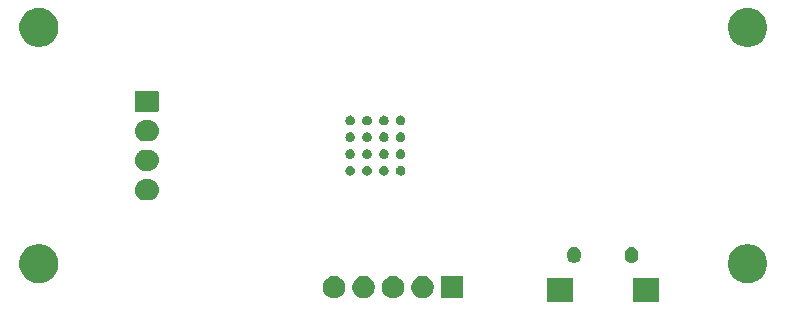
<source format=gbs>
G04 #@! TF.GenerationSoftware,KiCad,Pcbnew,(5.0.2)-1*
G04 #@! TF.CreationDate,2019-10-12T17:01:28+09:00*
G04 #@! TF.ProjectId,Motion,4d6f7469-6f6e-42e6-9b69-6361645f7063,rev?*
G04 #@! TF.SameCoordinates,Original*
G04 #@! TF.FileFunction,Soldermask,Bot*
G04 #@! TF.FilePolarity,Negative*
%FSLAX46Y46*%
G04 Gerber Fmt 4.6, Leading zero omitted, Abs format (unit mm)*
G04 Created by KiCad (PCBNEW (5.0.2)-1) date 2019/10/12 17:01:28*
%MOMM*%
%LPD*%
G01*
G04 APERTURE LIST*
%ADD10C,0.100000*%
G04 APERTURE END LIST*
D10*
G36*
X172501000Y-103251000D02*
X170299000Y-103251000D01*
X170299000Y-101249000D01*
X172501000Y-101249000D01*
X172501000Y-103251000D01*
X172501000Y-103251000D01*
G37*
G36*
X165201000Y-103251000D02*
X162999000Y-103251000D01*
X162999000Y-101249000D01*
X165201000Y-101249000D01*
X165201000Y-103251000D01*
X165201000Y-103251000D01*
G37*
G36*
X147777396Y-101085546D02*
X147950466Y-101157234D01*
X148106230Y-101261312D01*
X148238688Y-101393770D01*
X148342766Y-101549534D01*
X148414454Y-101722604D01*
X148451000Y-101906333D01*
X148451000Y-102093667D01*
X148414454Y-102277396D01*
X148342766Y-102450466D01*
X148238688Y-102606230D01*
X148106230Y-102738688D01*
X147950466Y-102842766D01*
X147777396Y-102914454D01*
X147593667Y-102951000D01*
X147406333Y-102951000D01*
X147222604Y-102914454D01*
X147049534Y-102842766D01*
X146893770Y-102738688D01*
X146761312Y-102606230D01*
X146657234Y-102450466D01*
X146585546Y-102277396D01*
X146549000Y-102093667D01*
X146549000Y-101906333D01*
X146585546Y-101722604D01*
X146657234Y-101549534D01*
X146761312Y-101393770D01*
X146893770Y-101261312D01*
X147049534Y-101157234D01*
X147222604Y-101085546D01*
X147406333Y-101049000D01*
X147593667Y-101049000D01*
X147777396Y-101085546D01*
X147777396Y-101085546D01*
G37*
G36*
X155951000Y-102951000D02*
X154049000Y-102951000D01*
X154049000Y-101049000D01*
X155951000Y-101049000D01*
X155951000Y-102951000D01*
X155951000Y-102951000D01*
G37*
G36*
X152777396Y-101085546D02*
X152950466Y-101157234D01*
X153106230Y-101261312D01*
X153238688Y-101393770D01*
X153342766Y-101549534D01*
X153414454Y-101722604D01*
X153451000Y-101906333D01*
X153451000Y-102093667D01*
X153414454Y-102277396D01*
X153342766Y-102450466D01*
X153238688Y-102606230D01*
X153106230Y-102738688D01*
X152950466Y-102842766D01*
X152777396Y-102914454D01*
X152593667Y-102951000D01*
X152406333Y-102951000D01*
X152222604Y-102914454D01*
X152049534Y-102842766D01*
X151893770Y-102738688D01*
X151761312Y-102606230D01*
X151657234Y-102450466D01*
X151585546Y-102277396D01*
X151549000Y-102093667D01*
X151549000Y-101906333D01*
X151585546Y-101722604D01*
X151657234Y-101549534D01*
X151761312Y-101393770D01*
X151893770Y-101261312D01*
X152049534Y-101157234D01*
X152222604Y-101085546D01*
X152406333Y-101049000D01*
X152593667Y-101049000D01*
X152777396Y-101085546D01*
X152777396Y-101085546D01*
G37*
G36*
X150277396Y-101085546D02*
X150450466Y-101157234D01*
X150606230Y-101261312D01*
X150738688Y-101393770D01*
X150842766Y-101549534D01*
X150914454Y-101722604D01*
X150951000Y-101906333D01*
X150951000Y-102093667D01*
X150914454Y-102277396D01*
X150842766Y-102450466D01*
X150738688Y-102606230D01*
X150606230Y-102738688D01*
X150450466Y-102842766D01*
X150277396Y-102914454D01*
X150093667Y-102951000D01*
X149906333Y-102951000D01*
X149722604Y-102914454D01*
X149549534Y-102842766D01*
X149393770Y-102738688D01*
X149261312Y-102606230D01*
X149157234Y-102450466D01*
X149085546Y-102277396D01*
X149049000Y-102093667D01*
X149049000Y-101906333D01*
X149085546Y-101722604D01*
X149157234Y-101549534D01*
X149261312Y-101393770D01*
X149393770Y-101261312D01*
X149549534Y-101157234D01*
X149722604Y-101085546D01*
X149906333Y-101049000D01*
X150093667Y-101049000D01*
X150277396Y-101085546D01*
X150277396Y-101085546D01*
G37*
G36*
X145277396Y-101085546D02*
X145450466Y-101157234D01*
X145606230Y-101261312D01*
X145738688Y-101393770D01*
X145842766Y-101549534D01*
X145914454Y-101722604D01*
X145951000Y-101906333D01*
X145951000Y-102093667D01*
X145914454Y-102277396D01*
X145842766Y-102450466D01*
X145738688Y-102606230D01*
X145606230Y-102738688D01*
X145450466Y-102842766D01*
X145277396Y-102914454D01*
X145093667Y-102951000D01*
X144906333Y-102951000D01*
X144722604Y-102914454D01*
X144549534Y-102842766D01*
X144393770Y-102738688D01*
X144261312Y-102606230D01*
X144157234Y-102450466D01*
X144085546Y-102277396D01*
X144049000Y-102093667D01*
X144049000Y-101906333D01*
X144085546Y-101722604D01*
X144157234Y-101549534D01*
X144261312Y-101393770D01*
X144393770Y-101261312D01*
X144549534Y-101157234D01*
X144722604Y-101085546D01*
X144906333Y-101049000D01*
X145093667Y-101049000D01*
X145277396Y-101085546D01*
X145277396Y-101085546D01*
G37*
G36*
X180375256Y-98391298D02*
X180481579Y-98412447D01*
X180782042Y-98536903D01*
X180899332Y-98615274D01*
X181052454Y-98717587D01*
X181282413Y-98947546D01*
X181282415Y-98947549D01*
X181463097Y-99217958D01*
X181564562Y-99462915D01*
X181587553Y-99518422D01*
X181651000Y-99837389D01*
X181651000Y-100162611D01*
X181587553Y-100481578D01*
X181463098Y-100782040D01*
X181282413Y-101052454D01*
X181052454Y-101282413D01*
X181052451Y-101282415D01*
X180782042Y-101463097D01*
X180481579Y-101587553D01*
X180375256Y-101608702D01*
X180162611Y-101651000D01*
X179837389Y-101651000D01*
X179624744Y-101608702D01*
X179518421Y-101587553D01*
X179217958Y-101463097D01*
X178947549Y-101282415D01*
X178947546Y-101282413D01*
X178717587Y-101052454D01*
X178536902Y-100782040D01*
X178412447Y-100481578D01*
X178349000Y-100162611D01*
X178349000Y-99837389D01*
X178412447Y-99518422D01*
X178435439Y-99462915D01*
X178536903Y-99217958D01*
X178717585Y-98947549D01*
X178717587Y-98947546D01*
X178947546Y-98717587D01*
X179100668Y-98615274D01*
X179217958Y-98536903D01*
X179518421Y-98412447D01*
X179624744Y-98391298D01*
X179837389Y-98349000D01*
X180162611Y-98349000D01*
X180375256Y-98391298D01*
X180375256Y-98391298D01*
G37*
G36*
X120375256Y-98391298D02*
X120481579Y-98412447D01*
X120782042Y-98536903D01*
X120899332Y-98615274D01*
X121052454Y-98717587D01*
X121282413Y-98947546D01*
X121282415Y-98947549D01*
X121463097Y-99217958D01*
X121564562Y-99462915D01*
X121587553Y-99518422D01*
X121651000Y-99837389D01*
X121651000Y-100162611D01*
X121587553Y-100481578D01*
X121463098Y-100782040D01*
X121282413Y-101052454D01*
X121052454Y-101282413D01*
X121052451Y-101282415D01*
X120782042Y-101463097D01*
X120481579Y-101587553D01*
X120375256Y-101608702D01*
X120162611Y-101651000D01*
X119837389Y-101651000D01*
X119624744Y-101608702D01*
X119518421Y-101587553D01*
X119217958Y-101463097D01*
X118947549Y-101282415D01*
X118947546Y-101282413D01*
X118717587Y-101052454D01*
X118536902Y-100782040D01*
X118412447Y-100481578D01*
X118349000Y-100162611D01*
X118349000Y-99837389D01*
X118412447Y-99518422D01*
X118435439Y-99462915D01*
X118536903Y-99217958D01*
X118717585Y-98947549D01*
X118717587Y-98947546D01*
X118947546Y-98717587D01*
X119100668Y-98615274D01*
X119217958Y-98536903D01*
X119518421Y-98412447D01*
X119624744Y-98391298D01*
X119837389Y-98349000D01*
X120162611Y-98349000D01*
X120375256Y-98391298D01*
X120375256Y-98391298D01*
G37*
G36*
X165437915Y-98582334D02*
X165546491Y-98615271D01*
X165646556Y-98668756D01*
X165734264Y-98740736D01*
X165806244Y-98828443D01*
X165859729Y-98928508D01*
X165892666Y-99037084D01*
X165901000Y-99121702D01*
X165901000Y-99378297D01*
X165892666Y-99462915D01*
X165859729Y-99571491D01*
X165806244Y-99671556D01*
X165734264Y-99759264D01*
X165646557Y-99831244D01*
X165546492Y-99884729D01*
X165437916Y-99917666D01*
X165325000Y-99928787D01*
X165212085Y-99917666D01*
X165103509Y-99884729D01*
X165003444Y-99831244D01*
X164915737Y-99759264D01*
X164843757Y-99671557D01*
X164790271Y-99571492D01*
X164757334Y-99462916D01*
X164749000Y-99378298D01*
X164749000Y-99121703D01*
X164757334Y-99037085D01*
X164790271Y-98928509D01*
X164843756Y-98828444D01*
X164915736Y-98740736D01*
X165003443Y-98668756D01*
X165103508Y-98615271D01*
X165212084Y-98582334D01*
X165325000Y-98571213D01*
X165437915Y-98582334D01*
X165437915Y-98582334D01*
G37*
G36*
X170287915Y-98582334D02*
X170396491Y-98615271D01*
X170496556Y-98668756D01*
X170584264Y-98740736D01*
X170656244Y-98828443D01*
X170709729Y-98928508D01*
X170742666Y-99037084D01*
X170751000Y-99121702D01*
X170751000Y-99378297D01*
X170742666Y-99462915D01*
X170709729Y-99571491D01*
X170656244Y-99671556D01*
X170584264Y-99759264D01*
X170496557Y-99831244D01*
X170396492Y-99884729D01*
X170287916Y-99917666D01*
X170175000Y-99928787D01*
X170062085Y-99917666D01*
X169953509Y-99884729D01*
X169853444Y-99831244D01*
X169765737Y-99759264D01*
X169693757Y-99671557D01*
X169640271Y-99571492D01*
X169607334Y-99462916D01*
X169599000Y-99378298D01*
X169599000Y-99121703D01*
X169607334Y-99037085D01*
X169640271Y-98928509D01*
X169693756Y-98828444D01*
X169765736Y-98740736D01*
X169853443Y-98668756D01*
X169953508Y-98615271D01*
X170062084Y-98582334D01*
X170175000Y-98571213D01*
X170287915Y-98582334D01*
X170287915Y-98582334D01*
G37*
G36*
X129385443Y-92855519D02*
X129451627Y-92862037D01*
X129564853Y-92896384D01*
X129621467Y-92913557D01*
X129760087Y-92987652D01*
X129777991Y-92997222D01*
X129813729Y-93026552D01*
X129915186Y-93109814D01*
X129998448Y-93211271D01*
X130027778Y-93247009D01*
X130027779Y-93247011D01*
X130111443Y-93403533D01*
X130111443Y-93403534D01*
X130162963Y-93573373D01*
X130180359Y-93750000D01*
X130162963Y-93926627D01*
X130128616Y-94039853D01*
X130111443Y-94096467D01*
X130037348Y-94235087D01*
X130027778Y-94252991D01*
X129998448Y-94288729D01*
X129915186Y-94390186D01*
X129813729Y-94473448D01*
X129777991Y-94502778D01*
X129777989Y-94502779D01*
X129621467Y-94586443D01*
X129564853Y-94603616D01*
X129451627Y-94637963D01*
X129385443Y-94644481D01*
X129319260Y-94651000D01*
X128980740Y-94651000D01*
X128914558Y-94644482D01*
X128848373Y-94637963D01*
X128735147Y-94603616D01*
X128678533Y-94586443D01*
X128522011Y-94502779D01*
X128522009Y-94502778D01*
X128486271Y-94473448D01*
X128384814Y-94390186D01*
X128301552Y-94288729D01*
X128272222Y-94252991D01*
X128262652Y-94235087D01*
X128188557Y-94096467D01*
X128171384Y-94039853D01*
X128137037Y-93926627D01*
X128119641Y-93750000D01*
X128137037Y-93573373D01*
X128188557Y-93403534D01*
X128188557Y-93403533D01*
X128272221Y-93247011D01*
X128272222Y-93247009D01*
X128301552Y-93211271D01*
X128384814Y-93109814D01*
X128486271Y-93026552D01*
X128522009Y-92997222D01*
X128539913Y-92987652D01*
X128678533Y-92913557D01*
X128735147Y-92896384D01*
X128848373Y-92862037D01*
X128914557Y-92855519D01*
X128980740Y-92849000D01*
X129319260Y-92849000D01*
X129385443Y-92855519D01*
X129385443Y-92855519D01*
G37*
G36*
X147866951Y-91738075D02*
X147906291Y-91745900D01*
X147980405Y-91776599D01*
X148047107Y-91821168D01*
X148103832Y-91877893D01*
X148148401Y-91944595D01*
X148179100Y-92018709D01*
X148194750Y-92097389D01*
X148194750Y-92177611D01*
X148179100Y-92256291D01*
X148148401Y-92330405D01*
X148103832Y-92397107D01*
X148047107Y-92453832D01*
X147980405Y-92498401D01*
X147906291Y-92529100D01*
X147866951Y-92536925D01*
X147827612Y-92544750D01*
X147747388Y-92544750D01*
X147708049Y-92536925D01*
X147668709Y-92529100D01*
X147594595Y-92498401D01*
X147527893Y-92453832D01*
X147471168Y-92397107D01*
X147426599Y-92330405D01*
X147395900Y-92256291D01*
X147380250Y-92177611D01*
X147380250Y-92097389D01*
X147395900Y-92018709D01*
X147426599Y-91944595D01*
X147471168Y-91877893D01*
X147527893Y-91821168D01*
X147594595Y-91776599D01*
X147668709Y-91745900D01*
X147708049Y-91738075D01*
X147747388Y-91730250D01*
X147827612Y-91730250D01*
X147866951Y-91738075D01*
X147866951Y-91738075D01*
G37*
G36*
X150716951Y-91738075D02*
X150756291Y-91745900D01*
X150830405Y-91776599D01*
X150897107Y-91821168D01*
X150953832Y-91877893D01*
X150998401Y-91944595D01*
X151029100Y-92018709D01*
X151044750Y-92097389D01*
X151044750Y-92177611D01*
X151029100Y-92256291D01*
X150998401Y-92330405D01*
X150953832Y-92397107D01*
X150897107Y-92453832D01*
X150830405Y-92498401D01*
X150756291Y-92529100D01*
X150716951Y-92536925D01*
X150677612Y-92544750D01*
X150597388Y-92544750D01*
X150558049Y-92536925D01*
X150518709Y-92529100D01*
X150444595Y-92498401D01*
X150377893Y-92453832D01*
X150321168Y-92397107D01*
X150276599Y-92330405D01*
X150245900Y-92256291D01*
X150230250Y-92177611D01*
X150230250Y-92097389D01*
X150245900Y-92018709D01*
X150276599Y-91944595D01*
X150321168Y-91877893D01*
X150377893Y-91821168D01*
X150444595Y-91776599D01*
X150518709Y-91745900D01*
X150558049Y-91738075D01*
X150597388Y-91730250D01*
X150677612Y-91730250D01*
X150716951Y-91738075D01*
X150716951Y-91738075D01*
G37*
G36*
X146441951Y-91738075D02*
X146481291Y-91745900D01*
X146555405Y-91776599D01*
X146622107Y-91821168D01*
X146678832Y-91877893D01*
X146723401Y-91944595D01*
X146754100Y-92018709D01*
X146769750Y-92097389D01*
X146769750Y-92177611D01*
X146754100Y-92256291D01*
X146723401Y-92330405D01*
X146678832Y-92397107D01*
X146622107Y-92453832D01*
X146555405Y-92498401D01*
X146481291Y-92529100D01*
X146441951Y-92536925D01*
X146402612Y-92544750D01*
X146322388Y-92544750D01*
X146283049Y-92536925D01*
X146243709Y-92529100D01*
X146169595Y-92498401D01*
X146102893Y-92453832D01*
X146046168Y-92397107D01*
X146001599Y-92330405D01*
X145970900Y-92256291D01*
X145955250Y-92177611D01*
X145955250Y-92097389D01*
X145970900Y-92018709D01*
X146001599Y-91944595D01*
X146046168Y-91877893D01*
X146102893Y-91821168D01*
X146169595Y-91776599D01*
X146243709Y-91745900D01*
X146283049Y-91738075D01*
X146322388Y-91730250D01*
X146402612Y-91730250D01*
X146441951Y-91738075D01*
X146441951Y-91738075D01*
G37*
G36*
X149291951Y-91738075D02*
X149331291Y-91745900D01*
X149405405Y-91776599D01*
X149472107Y-91821168D01*
X149528832Y-91877893D01*
X149573401Y-91944595D01*
X149604100Y-92018709D01*
X149619750Y-92097389D01*
X149619750Y-92177611D01*
X149604100Y-92256291D01*
X149573401Y-92330405D01*
X149528832Y-92397107D01*
X149472107Y-92453832D01*
X149405405Y-92498401D01*
X149331291Y-92529100D01*
X149291951Y-92536925D01*
X149252612Y-92544750D01*
X149172388Y-92544750D01*
X149133049Y-92536925D01*
X149093709Y-92529100D01*
X149019595Y-92498401D01*
X148952893Y-92453832D01*
X148896168Y-92397107D01*
X148851599Y-92330405D01*
X148820900Y-92256291D01*
X148805250Y-92177611D01*
X148805250Y-92097389D01*
X148820900Y-92018709D01*
X148851599Y-91944595D01*
X148896168Y-91877893D01*
X148952893Y-91821168D01*
X149019595Y-91776599D01*
X149093709Y-91745900D01*
X149133049Y-91738075D01*
X149172388Y-91730250D01*
X149252612Y-91730250D01*
X149291951Y-91738075D01*
X149291951Y-91738075D01*
G37*
G36*
X129385442Y-90355518D02*
X129451627Y-90362037D01*
X129564142Y-90396168D01*
X129621467Y-90413557D01*
X129695058Y-90452893D01*
X129777991Y-90497222D01*
X129805252Y-90519595D01*
X129915186Y-90609814D01*
X129966538Y-90672388D01*
X130027778Y-90747009D01*
X130027779Y-90747011D01*
X130111443Y-90903533D01*
X130111443Y-90903534D01*
X130162963Y-91073373D01*
X130180359Y-91250000D01*
X130162963Y-91426627D01*
X130128616Y-91539853D01*
X130111443Y-91596467D01*
X130039933Y-91730250D01*
X130027778Y-91752991D01*
X130008403Y-91776599D01*
X129915186Y-91890186D01*
X129848887Y-91944595D01*
X129777991Y-92002778D01*
X129777989Y-92002779D01*
X129621467Y-92086443D01*
X129585385Y-92097388D01*
X129451627Y-92137963D01*
X129385443Y-92144481D01*
X129319260Y-92151000D01*
X128980740Y-92151000D01*
X128914557Y-92144481D01*
X128848373Y-92137963D01*
X128714615Y-92097388D01*
X128678533Y-92086443D01*
X128522011Y-92002779D01*
X128522009Y-92002778D01*
X128451113Y-91944595D01*
X128384814Y-91890186D01*
X128291597Y-91776599D01*
X128272222Y-91752991D01*
X128260067Y-91730250D01*
X128188557Y-91596467D01*
X128171384Y-91539853D01*
X128137037Y-91426627D01*
X128119641Y-91250000D01*
X128137037Y-91073373D01*
X128188557Y-90903534D01*
X128188557Y-90903533D01*
X128272221Y-90747011D01*
X128272222Y-90747009D01*
X128333462Y-90672388D01*
X128384814Y-90609814D01*
X128494748Y-90519595D01*
X128522009Y-90497222D01*
X128604942Y-90452893D01*
X128678533Y-90413557D01*
X128735858Y-90396168D01*
X128848373Y-90362037D01*
X128914558Y-90355518D01*
X128980740Y-90349000D01*
X129319260Y-90349000D01*
X129385442Y-90355518D01*
X129385442Y-90355518D01*
G37*
G36*
X149291951Y-90313075D02*
X149331291Y-90320900D01*
X149405405Y-90351599D01*
X149472107Y-90396168D01*
X149528832Y-90452893D01*
X149573401Y-90519595D01*
X149604100Y-90593709D01*
X149619750Y-90672389D01*
X149619750Y-90752611D01*
X149604100Y-90831291D01*
X149573401Y-90905405D01*
X149528832Y-90972107D01*
X149472107Y-91028832D01*
X149405405Y-91073401D01*
X149331291Y-91104100D01*
X149291951Y-91111925D01*
X149252612Y-91119750D01*
X149172388Y-91119750D01*
X149133049Y-91111925D01*
X149093709Y-91104100D01*
X149019595Y-91073401D01*
X148952893Y-91028832D01*
X148896168Y-90972107D01*
X148851599Y-90905405D01*
X148820900Y-90831291D01*
X148805250Y-90752611D01*
X148805250Y-90672389D01*
X148820900Y-90593709D01*
X148851599Y-90519595D01*
X148896168Y-90452893D01*
X148952893Y-90396168D01*
X149019595Y-90351599D01*
X149093709Y-90320900D01*
X149133049Y-90313075D01*
X149172388Y-90305250D01*
X149252612Y-90305250D01*
X149291951Y-90313075D01*
X149291951Y-90313075D01*
G37*
G36*
X147866951Y-90313075D02*
X147906291Y-90320900D01*
X147980405Y-90351599D01*
X148047107Y-90396168D01*
X148103832Y-90452893D01*
X148148401Y-90519595D01*
X148179100Y-90593709D01*
X148194750Y-90672389D01*
X148194750Y-90752611D01*
X148179100Y-90831291D01*
X148148401Y-90905405D01*
X148103832Y-90972107D01*
X148047107Y-91028832D01*
X147980405Y-91073401D01*
X147906291Y-91104100D01*
X147866951Y-91111925D01*
X147827612Y-91119750D01*
X147747388Y-91119750D01*
X147708049Y-91111925D01*
X147668709Y-91104100D01*
X147594595Y-91073401D01*
X147527893Y-91028832D01*
X147471168Y-90972107D01*
X147426599Y-90905405D01*
X147395900Y-90831291D01*
X147380250Y-90752611D01*
X147380250Y-90672389D01*
X147395900Y-90593709D01*
X147426599Y-90519595D01*
X147471168Y-90452893D01*
X147527893Y-90396168D01*
X147594595Y-90351599D01*
X147668709Y-90320900D01*
X147708049Y-90313075D01*
X147747388Y-90305250D01*
X147827612Y-90305250D01*
X147866951Y-90313075D01*
X147866951Y-90313075D01*
G37*
G36*
X146441951Y-90313075D02*
X146481291Y-90320900D01*
X146555405Y-90351599D01*
X146622107Y-90396168D01*
X146678832Y-90452893D01*
X146723401Y-90519595D01*
X146754100Y-90593709D01*
X146769750Y-90672389D01*
X146769750Y-90752611D01*
X146754100Y-90831291D01*
X146723401Y-90905405D01*
X146678832Y-90972107D01*
X146622107Y-91028832D01*
X146555405Y-91073401D01*
X146481291Y-91104100D01*
X146441951Y-91111925D01*
X146402612Y-91119750D01*
X146322388Y-91119750D01*
X146283049Y-91111925D01*
X146243709Y-91104100D01*
X146169595Y-91073401D01*
X146102893Y-91028832D01*
X146046168Y-90972107D01*
X146001599Y-90905405D01*
X145970900Y-90831291D01*
X145955250Y-90752611D01*
X145955250Y-90672389D01*
X145970900Y-90593709D01*
X146001599Y-90519595D01*
X146046168Y-90452893D01*
X146102893Y-90396168D01*
X146169595Y-90351599D01*
X146243709Y-90320900D01*
X146283049Y-90313075D01*
X146322388Y-90305250D01*
X146402612Y-90305250D01*
X146441951Y-90313075D01*
X146441951Y-90313075D01*
G37*
G36*
X150716951Y-90313075D02*
X150756291Y-90320900D01*
X150830405Y-90351599D01*
X150897107Y-90396168D01*
X150953832Y-90452893D01*
X150998401Y-90519595D01*
X151029100Y-90593709D01*
X151044750Y-90672389D01*
X151044750Y-90752611D01*
X151029100Y-90831291D01*
X150998401Y-90905405D01*
X150953832Y-90972107D01*
X150897107Y-91028832D01*
X150830405Y-91073401D01*
X150756291Y-91104100D01*
X150716951Y-91111925D01*
X150677612Y-91119750D01*
X150597388Y-91119750D01*
X150558049Y-91111925D01*
X150518709Y-91104100D01*
X150444595Y-91073401D01*
X150377893Y-91028832D01*
X150321168Y-90972107D01*
X150276599Y-90905405D01*
X150245900Y-90831291D01*
X150230250Y-90752611D01*
X150230250Y-90672389D01*
X150245900Y-90593709D01*
X150276599Y-90519595D01*
X150321168Y-90452893D01*
X150377893Y-90396168D01*
X150444595Y-90351599D01*
X150518709Y-90320900D01*
X150558049Y-90313075D01*
X150597388Y-90305250D01*
X150677612Y-90305250D01*
X150716951Y-90313075D01*
X150716951Y-90313075D01*
G37*
G36*
X146441951Y-88888075D02*
X146481291Y-88895900D01*
X146555405Y-88926599D01*
X146622107Y-88971168D01*
X146678832Y-89027893D01*
X146723401Y-89094595D01*
X146754100Y-89168709D01*
X146769750Y-89247389D01*
X146769750Y-89327611D01*
X146754100Y-89406291D01*
X146723401Y-89480405D01*
X146678832Y-89547107D01*
X146622107Y-89603832D01*
X146555405Y-89648401D01*
X146481291Y-89679100D01*
X146441951Y-89686925D01*
X146402612Y-89694750D01*
X146322388Y-89694750D01*
X146283049Y-89686925D01*
X146243709Y-89679100D01*
X146169595Y-89648401D01*
X146102893Y-89603832D01*
X146046168Y-89547107D01*
X146001599Y-89480405D01*
X145970900Y-89406291D01*
X145955250Y-89327611D01*
X145955250Y-89247389D01*
X145970900Y-89168709D01*
X146001599Y-89094595D01*
X146046168Y-89027893D01*
X146102893Y-88971168D01*
X146169595Y-88926599D01*
X146243709Y-88895900D01*
X146283049Y-88888075D01*
X146322388Y-88880250D01*
X146402612Y-88880250D01*
X146441951Y-88888075D01*
X146441951Y-88888075D01*
G37*
G36*
X150716951Y-88888075D02*
X150756291Y-88895900D01*
X150830405Y-88926599D01*
X150897107Y-88971168D01*
X150953832Y-89027893D01*
X150998401Y-89094595D01*
X151029100Y-89168709D01*
X151044750Y-89247389D01*
X151044750Y-89327611D01*
X151029100Y-89406291D01*
X150998401Y-89480405D01*
X150953832Y-89547107D01*
X150897107Y-89603832D01*
X150830405Y-89648401D01*
X150756291Y-89679100D01*
X150716951Y-89686925D01*
X150677612Y-89694750D01*
X150597388Y-89694750D01*
X150558049Y-89686925D01*
X150518709Y-89679100D01*
X150444595Y-89648401D01*
X150377893Y-89603832D01*
X150321168Y-89547107D01*
X150276599Y-89480405D01*
X150245900Y-89406291D01*
X150230250Y-89327611D01*
X150230250Y-89247389D01*
X150245900Y-89168709D01*
X150276599Y-89094595D01*
X150321168Y-89027893D01*
X150377893Y-88971168D01*
X150444595Y-88926599D01*
X150518709Y-88895900D01*
X150558049Y-88888075D01*
X150597388Y-88880250D01*
X150677612Y-88880250D01*
X150716951Y-88888075D01*
X150716951Y-88888075D01*
G37*
G36*
X149291951Y-88888075D02*
X149331291Y-88895900D01*
X149405405Y-88926599D01*
X149472107Y-88971168D01*
X149528832Y-89027893D01*
X149573401Y-89094595D01*
X149604100Y-89168709D01*
X149619750Y-89247389D01*
X149619750Y-89327611D01*
X149604100Y-89406291D01*
X149573401Y-89480405D01*
X149528832Y-89547107D01*
X149472107Y-89603832D01*
X149405405Y-89648401D01*
X149331291Y-89679100D01*
X149291951Y-89686925D01*
X149252612Y-89694750D01*
X149172388Y-89694750D01*
X149133049Y-89686925D01*
X149093709Y-89679100D01*
X149019595Y-89648401D01*
X148952893Y-89603832D01*
X148896168Y-89547107D01*
X148851599Y-89480405D01*
X148820900Y-89406291D01*
X148805250Y-89327611D01*
X148805250Y-89247389D01*
X148820900Y-89168709D01*
X148851599Y-89094595D01*
X148896168Y-89027893D01*
X148952893Y-88971168D01*
X149019595Y-88926599D01*
X149093709Y-88895900D01*
X149133049Y-88888075D01*
X149172388Y-88880250D01*
X149252612Y-88880250D01*
X149291951Y-88888075D01*
X149291951Y-88888075D01*
G37*
G36*
X147866951Y-88888075D02*
X147906291Y-88895900D01*
X147980405Y-88926599D01*
X148047107Y-88971168D01*
X148103832Y-89027893D01*
X148148401Y-89094595D01*
X148179100Y-89168709D01*
X148194750Y-89247389D01*
X148194750Y-89327611D01*
X148179100Y-89406291D01*
X148148401Y-89480405D01*
X148103832Y-89547107D01*
X148047107Y-89603832D01*
X147980405Y-89648401D01*
X147906291Y-89679100D01*
X147866951Y-89686925D01*
X147827612Y-89694750D01*
X147747388Y-89694750D01*
X147708049Y-89686925D01*
X147668709Y-89679100D01*
X147594595Y-89648401D01*
X147527893Y-89603832D01*
X147471168Y-89547107D01*
X147426599Y-89480405D01*
X147395900Y-89406291D01*
X147380250Y-89327611D01*
X147380250Y-89247389D01*
X147395900Y-89168709D01*
X147426599Y-89094595D01*
X147471168Y-89027893D01*
X147527893Y-88971168D01*
X147594595Y-88926599D01*
X147668709Y-88895900D01*
X147708049Y-88888075D01*
X147747388Y-88880250D01*
X147827612Y-88880250D01*
X147866951Y-88888075D01*
X147866951Y-88888075D01*
G37*
G36*
X129385442Y-87855518D02*
X129451627Y-87862037D01*
X129564853Y-87896384D01*
X129621467Y-87913557D01*
X129760087Y-87987652D01*
X129777991Y-87997222D01*
X129813729Y-88026552D01*
X129915186Y-88109814D01*
X129998448Y-88211271D01*
X130027778Y-88247009D01*
X130027779Y-88247011D01*
X130111443Y-88403533D01*
X130111443Y-88403534D01*
X130162963Y-88573373D01*
X130180359Y-88750000D01*
X130162963Y-88926627D01*
X130149451Y-88971169D01*
X130111443Y-89096467D01*
X130037348Y-89235087D01*
X130027778Y-89252991D01*
X129998448Y-89288729D01*
X129915186Y-89390186D01*
X129813729Y-89473448D01*
X129777991Y-89502778D01*
X129777989Y-89502779D01*
X129621467Y-89586443D01*
X129564853Y-89603616D01*
X129451627Y-89637963D01*
X129385442Y-89644482D01*
X129319260Y-89651000D01*
X128980740Y-89651000D01*
X128914558Y-89644482D01*
X128848373Y-89637963D01*
X128735147Y-89603616D01*
X128678533Y-89586443D01*
X128522011Y-89502779D01*
X128522009Y-89502778D01*
X128486271Y-89473448D01*
X128384814Y-89390186D01*
X128301552Y-89288729D01*
X128272222Y-89252991D01*
X128262652Y-89235087D01*
X128188557Y-89096467D01*
X128150549Y-88971169D01*
X128137037Y-88926627D01*
X128119641Y-88750000D01*
X128137037Y-88573373D01*
X128188557Y-88403534D01*
X128188557Y-88403533D01*
X128272221Y-88247011D01*
X128272222Y-88247009D01*
X128301552Y-88211271D01*
X128384814Y-88109814D01*
X128486271Y-88026552D01*
X128522009Y-87997222D01*
X128539913Y-87987652D01*
X128678533Y-87913557D01*
X128735147Y-87896384D01*
X128848373Y-87862037D01*
X128914558Y-87855518D01*
X128980740Y-87849000D01*
X129319260Y-87849000D01*
X129385442Y-87855518D01*
X129385442Y-87855518D01*
G37*
G36*
X146441951Y-87463075D02*
X146481291Y-87470900D01*
X146555405Y-87501599D01*
X146622107Y-87546168D01*
X146678832Y-87602893D01*
X146723401Y-87669595D01*
X146754100Y-87743709D01*
X146769750Y-87822389D01*
X146769750Y-87902611D01*
X146754100Y-87981291D01*
X146723401Y-88055405D01*
X146678832Y-88122107D01*
X146622107Y-88178832D01*
X146555405Y-88223401D01*
X146481291Y-88254100D01*
X146441951Y-88261925D01*
X146402612Y-88269750D01*
X146322388Y-88269750D01*
X146283049Y-88261925D01*
X146243709Y-88254100D01*
X146169595Y-88223401D01*
X146102893Y-88178832D01*
X146046168Y-88122107D01*
X146001599Y-88055405D01*
X145970900Y-87981291D01*
X145955250Y-87902611D01*
X145955250Y-87822389D01*
X145970900Y-87743709D01*
X146001599Y-87669595D01*
X146046168Y-87602893D01*
X146102893Y-87546168D01*
X146169595Y-87501599D01*
X146243709Y-87470900D01*
X146283049Y-87463075D01*
X146322388Y-87455250D01*
X146402612Y-87455250D01*
X146441951Y-87463075D01*
X146441951Y-87463075D01*
G37*
G36*
X147866951Y-87463075D02*
X147906291Y-87470900D01*
X147980405Y-87501599D01*
X148047107Y-87546168D01*
X148103832Y-87602893D01*
X148148401Y-87669595D01*
X148179100Y-87743709D01*
X148194750Y-87822389D01*
X148194750Y-87902611D01*
X148179100Y-87981291D01*
X148148401Y-88055405D01*
X148103832Y-88122107D01*
X148047107Y-88178832D01*
X147980405Y-88223401D01*
X147906291Y-88254100D01*
X147866951Y-88261925D01*
X147827612Y-88269750D01*
X147747388Y-88269750D01*
X147708049Y-88261925D01*
X147668709Y-88254100D01*
X147594595Y-88223401D01*
X147527893Y-88178832D01*
X147471168Y-88122107D01*
X147426599Y-88055405D01*
X147395900Y-87981291D01*
X147380250Y-87902611D01*
X147380250Y-87822389D01*
X147395900Y-87743709D01*
X147426599Y-87669595D01*
X147471168Y-87602893D01*
X147527893Y-87546168D01*
X147594595Y-87501599D01*
X147668709Y-87470900D01*
X147708049Y-87463075D01*
X147747388Y-87455250D01*
X147827612Y-87455250D01*
X147866951Y-87463075D01*
X147866951Y-87463075D01*
G37*
G36*
X149291951Y-87463075D02*
X149331291Y-87470900D01*
X149405405Y-87501599D01*
X149472107Y-87546168D01*
X149528832Y-87602893D01*
X149573401Y-87669595D01*
X149604100Y-87743709D01*
X149619750Y-87822389D01*
X149619750Y-87902611D01*
X149604100Y-87981291D01*
X149573401Y-88055405D01*
X149528832Y-88122107D01*
X149472107Y-88178832D01*
X149405405Y-88223401D01*
X149331291Y-88254100D01*
X149291951Y-88261925D01*
X149252612Y-88269750D01*
X149172388Y-88269750D01*
X149133049Y-88261925D01*
X149093709Y-88254100D01*
X149019595Y-88223401D01*
X148952893Y-88178832D01*
X148896168Y-88122107D01*
X148851599Y-88055405D01*
X148820900Y-87981291D01*
X148805250Y-87902611D01*
X148805250Y-87822389D01*
X148820900Y-87743709D01*
X148851599Y-87669595D01*
X148896168Y-87602893D01*
X148952893Y-87546168D01*
X149019595Y-87501599D01*
X149093709Y-87470900D01*
X149133049Y-87463075D01*
X149172388Y-87455250D01*
X149252612Y-87455250D01*
X149291951Y-87463075D01*
X149291951Y-87463075D01*
G37*
G36*
X150716951Y-87463075D02*
X150756291Y-87470900D01*
X150830405Y-87501599D01*
X150897107Y-87546168D01*
X150953832Y-87602893D01*
X150998401Y-87669595D01*
X151029100Y-87743709D01*
X151044750Y-87822389D01*
X151044750Y-87902611D01*
X151029100Y-87981291D01*
X150998401Y-88055405D01*
X150953832Y-88122107D01*
X150897107Y-88178832D01*
X150830405Y-88223401D01*
X150756291Y-88254100D01*
X150716951Y-88261925D01*
X150677612Y-88269750D01*
X150597388Y-88269750D01*
X150558049Y-88261925D01*
X150518709Y-88254100D01*
X150444595Y-88223401D01*
X150377893Y-88178832D01*
X150321168Y-88122107D01*
X150276599Y-88055405D01*
X150245900Y-87981291D01*
X150230250Y-87902611D01*
X150230250Y-87822389D01*
X150245900Y-87743709D01*
X150276599Y-87669595D01*
X150321168Y-87602893D01*
X150377893Y-87546168D01*
X150444595Y-87501599D01*
X150518709Y-87470900D01*
X150558049Y-87463075D01*
X150597388Y-87455250D01*
X150677612Y-87455250D01*
X150716951Y-87463075D01*
X150716951Y-87463075D01*
G37*
G36*
X130033600Y-85352989D02*
X130066649Y-85363014D01*
X130097106Y-85379294D01*
X130123799Y-85401201D01*
X130145706Y-85427894D01*
X130161986Y-85458351D01*
X130172011Y-85491400D01*
X130176000Y-85531904D01*
X130176000Y-86968096D01*
X130172011Y-87008600D01*
X130161986Y-87041649D01*
X130145706Y-87072106D01*
X130123799Y-87098799D01*
X130097106Y-87120706D01*
X130066649Y-87136986D01*
X130033600Y-87147011D01*
X129993096Y-87151000D01*
X128306904Y-87151000D01*
X128266400Y-87147011D01*
X128233351Y-87136986D01*
X128202894Y-87120706D01*
X128176201Y-87098799D01*
X128154294Y-87072106D01*
X128138014Y-87041649D01*
X128127989Y-87008600D01*
X128124000Y-86968096D01*
X128124000Y-85531904D01*
X128127989Y-85491400D01*
X128138014Y-85458351D01*
X128154294Y-85427894D01*
X128176201Y-85401201D01*
X128202894Y-85379294D01*
X128233351Y-85363014D01*
X128266400Y-85352989D01*
X128306904Y-85349000D01*
X129993096Y-85349000D01*
X130033600Y-85352989D01*
X130033600Y-85352989D01*
G37*
G36*
X180375256Y-78391298D02*
X180481579Y-78412447D01*
X180782042Y-78536903D01*
X181048852Y-78715180D01*
X181052454Y-78717587D01*
X181282413Y-78947546D01*
X181463098Y-79217960D01*
X181587553Y-79518422D01*
X181651000Y-79837389D01*
X181651000Y-80162611D01*
X181587553Y-80481578D01*
X181463098Y-80782040D01*
X181282413Y-81052454D01*
X181052454Y-81282413D01*
X181052451Y-81282415D01*
X180782042Y-81463097D01*
X180481579Y-81587553D01*
X180375256Y-81608702D01*
X180162611Y-81651000D01*
X179837389Y-81651000D01*
X179624744Y-81608702D01*
X179518421Y-81587553D01*
X179217958Y-81463097D01*
X178947549Y-81282415D01*
X178947546Y-81282413D01*
X178717587Y-81052454D01*
X178536902Y-80782040D01*
X178412447Y-80481578D01*
X178349000Y-80162611D01*
X178349000Y-79837389D01*
X178412447Y-79518422D01*
X178536902Y-79217960D01*
X178717587Y-78947546D01*
X178947546Y-78717587D01*
X178951148Y-78715180D01*
X179217958Y-78536903D01*
X179518421Y-78412447D01*
X179624744Y-78391298D01*
X179837389Y-78349000D01*
X180162611Y-78349000D01*
X180375256Y-78391298D01*
X180375256Y-78391298D01*
G37*
G36*
X120375256Y-78391298D02*
X120481579Y-78412447D01*
X120782042Y-78536903D01*
X121048852Y-78715180D01*
X121052454Y-78717587D01*
X121282413Y-78947546D01*
X121463098Y-79217960D01*
X121587553Y-79518422D01*
X121651000Y-79837389D01*
X121651000Y-80162611D01*
X121587553Y-80481578D01*
X121463098Y-80782040D01*
X121282413Y-81052454D01*
X121052454Y-81282413D01*
X121052451Y-81282415D01*
X120782042Y-81463097D01*
X120481579Y-81587553D01*
X120375256Y-81608702D01*
X120162611Y-81651000D01*
X119837389Y-81651000D01*
X119624744Y-81608702D01*
X119518421Y-81587553D01*
X119217958Y-81463097D01*
X118947549Y-81282415D01*
X118947546Y-81282413D01*
X118717587Y-81052454D01*
X118536902Y-80782040D01*
X118412447Y-80481578D01*
X118349000Y-80162611D01*
X118349000Y-79837389D01*
X118412447Y-79518422D01*
X118536902Y-79217960D01*
X118717587Y-78947546D01*
X118947546Y-78717587D01*
X118951148Y-78715180D01*
X119217958Y-78536903D01*
X119518421Y-78412447D01*
X119624744Y-78391298D01*
X119837389Y-78349000D01*
X120162611Y-78349000D01*
X120375256Y-78391298D01*
X120375256Y-78391298D01*
G37*
M02*

</source>
